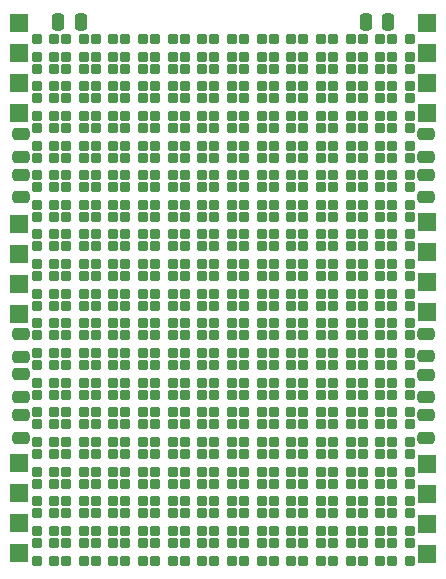
<source format=gbr>
%TF.GenerationSoftware,KiCad,Pcbnew,8.0.2*%
%TF.CreationDate,2024-06-24T13:44:33+02:00*%
%TF.ProjectId,PixelDisplay,50697865-6c44-4697-9370-6c61792e6b69,rev?*%
%TF.SameCoordinates,Original*%
%TF.FileFunction,Soldermask,Top*%
%TF.FilePolarity,Negative*%
%FSLAX46Y46*%
G04 Gerber Fmt 4.6, Leading zero omitted, Abs format (unit mm)*
G04 Created by KiCad (PCBNEW 8.0.2) date 2024-06-24 13:44:33*
%MOMM*%
%LPD*%
G01*
G04 APERTURE LIST*
G04 Aperture macros list*
%AMRoundRect*
0 Rectangle with rounded corners*
0 $1 Rounding radius*
0 $2 $3 $4 $5 $6 $7 $8 $9 X,Y pos of 4 corners*
0 Add a 4 corners polygon primitive as box body*
4,1,4,$2,$3,$4,$5,$6,$7,$8,$9,$2,$3,0*
0 Add four circle primitives for the rounded corners*
1,1,$1+$1,$2,$3*
1,1,$1+$1,$4,$5*
1,1,$1+$1,$6,$7*
1,1,$1+$1,$8,$9*
0 Add four rect primitives between the rounded corners*
20,1,$1+$1,$2,$3,$4,$5,0*
20,1,$1+$1,$4,$5,$6,$7,0*
20,1,$1+$1,$6,$7,$8,$9,0*
20,1,$1+$1,$8,$9,$2,$3,0*%
G04 Aperture macros list end*
%ADD10RoundRect,0.050000X-0.345000X-0.345000X0.345000X-0.345000X0.345000X0.345000X-0.345000X0.345000X0*%
%ADD11RoundRect,0.250000X-0.475000X0.250000X-0.475000X-0.250000X0.475000X-0.250000X0.475000X0.250000X0*%
%ADD12R,1.500000X1.500000*%
%ADD13RoundRect,0.250000X0.475000X-0.250000X0.475000X0.250000X-0.475000X0.250000X-0.475000X-0.250000X0*%
%ADD14RoundRect,0.250000X0.250000X0.475000X-0.250000X0.475000X-0.250000X-0.475000X0.250000X-0.475000X0*%
G04 APERTURE END LIST*
D10*
%TO.C,ICled210*%
X148324112Y-85256000D03*
X148324112Y-86746000D03*
X146834112Y-86746000D03*
X146834112Y-85256000D03*
%TD*%
%TO.C,ICled127*%
X145814362Y-72705100D03*
X145814362Y-74195100D03*
X144324362Y-74195100D03*
X144324362Y-72705100D03*
%TD*%
%TO.C,ICled117*%
X168402112Y-67684400D03*
X168402112Y-69174400D03*
X166912112Y-69174400D03*
X166912112Y-67684400D03*
%TD*%
%TO.C,ICled136*%
X153343612Y-72705100D03*
X153343612Y-74195100D03*
X151853612Y-74195100D03*
X151853612Y-72705100D03*
%TD*%
%TO.C,ICled68*%
X160872862Y-60154200D03*
X160872862Y-61644200D03*
X159382862Y-61644200D03*
X159382862Y-60154200D03*
%TD*%
%TO.C,ICled193*%
X168402112Y-77725800D03*
X168402112Y-79215800D03*
X166912112Y-79215800D03*
X166912112Y-77725800D03*
%TD*%
%TO.C,ICled22*%
X155853355Y-50114500D03*
X155853355Y-51604500D03*
X154363355Y-51604500D03*
X154363355Y-50114500D03*
%TD*%
D11*
%TO.C,C4*%
X169800000Y-55660000D03*
X169800000Y-57560000D03*
%TD*%
D10*
%TO.C,ICled32*%
X163382612Y-52624000D03*
X163382612Y-54114000D03*
X161892612Y-54114000D03*
X161892612Y-52624000D03*
%TD*%
%TO.C,ICled125*%
X143304612Y-75214600D03*
X143304612Y-76704600D03*
X141814612Y-76704600D03*
X141814612Y-75214600D03*
%TD*%
%TO.C,ICled65*%
X158363112Y-60154200D03*
X158363112Y-61644200D03*
X156873112Y-61644200D03*
X156873112Y-60154200D03*
%TD*%
%TO.C,ICled169*%
X148324112Y-80235300D03*
X148324112Y-81725300D03*
X146834112Y-81725300D03*
X146834112Y-80235300D03*
%TD*%
%TO.C,ICled211*%
X150833862Y-87765500D03*
X150833862Y-89255500D03*
X149343862Y-89255500D03*
X149343862Y-87765500D03*
%TD*%
%TO.C,ICled42*%
X138284862Y-55135200D03*
X138284862Y-56625200D03*
X136794862Y-56625200D03*
X136794862Y-55135200D03*
%TD*%
%TO.C,ICled101*%
X155853362Y-67684400D03*
X155853362Y-69174400D03*
X154363362Y-69174400D03*
X154363362Y-67684400D03*
%TD*%
%TO.C,ICled27*%
X158363054Y-47605000D03*
X158363054Y-49095000D03*
X156873054Y-49095000D03*
X156873054Y-47605000D03*
%TD*%
%TO.C,ICled129*%
X145814362Y-70195600D03*
X145814362Y-71685600D03*
X144324362Y-71685600D03*
X144324362Y-70195600D03*
%TD*%
D12*
%TO.C,J6*%
X135350000Y-83540000D03*
X135350000Y-86080000D03*
X135350000Y-88620000D03*
X135350000Y-91160000D03*
%TD*%
D10*
%TO.C,ICled140*%
X155853362Y-75214600D03*
X155853362Y-76704600D03*
X154363362Y-76704600D03*
X154363362Y-75214600D03*
%TD*%
%TO.C,ICled233*%
X168402112Y-87765500D03*
X168402112Y-89255500D03*
X166912112Y-89255500D03*
X166912112Y-87765500D03*
%TD*%
%TO.C,ICled19*%
X153343612Y-50114500D03*
X153343612Y-51604500D03*
X151853612Y-51604500D03*
X151853612Y-50114500D03*
%TD*%
%TO.C,ICled24*%
X155853332Y-47605000D03*
X155853332Y-49095000D03*
X154363332Y-49095000D03*
X154363332Y-47605000D03*
%TD*%
%TO.C,ICled30*%
X160872776Y-47605000D03*
X160872776Y-49095000D03*
X159382776Y-49095000D03*
X159382776Y-47605000D03*
%TD*%
%TO.C,ICled62*%
X155853362Y-60154200D03*
X155853362Y-61644200D03*
X154363362Y-61644200D03*
X154363362Y-60154200D03*
%TD*%
%TO.C,ICled39*%
X168402112Y-52624000D03*
X168402112Y-54114000D03*
X166912112Y-54114000D03*
X166912112Y-52624000D03*
%TD*%
%TO.C,ICled59*%
X153343612Y-60154200D03*
X153343612Y-61644200D03*
X151853612Y-61644200D03*
X151853612Y-60154200D03*
%TD*%
%TO.C,ICled87*%
X143304612Y-62665400D03*
X143304612Y-64155400D03*
X141814612Y-64155400D03*
X141814612Y-62665400D03*
%TD*%
D13*
%TO.C,C9*%
X135450000Y-77900000D03*
X135450000Y-76000000D03*
%TD*%
D10*
%TO.C,ICled35*%
X165892362Y-52624000D03*
X165892362Y-54114000D03*
X164402362Y-54114000D03*
X164402362Y-52624000D03*
%TD*%
%TO.C,ICled128*%
X145814362Y-75214600D03*
X145814362Y-76704600D03*
X144324362Y-76704600D03*
X144324362Y-75214600D03*
%TD*%
%TO.C,ICled91*%
X148324112Y-65174900D03*
X148324112Y-66664900D03*
X146834112Y-66664900D03*
X146834112Y-65174900D03*
%TD*%
%TO.C,ICled78*%
X168402112Y-60154200D03*
X168402112Y-61644200D03*
X166912112Y-61644200D03*
X166912112Y-60154200D03*
%TD*%
%TO.C,ICled51*%
X145814235Y-55135200D03*
X145814235Y-56625200D03*
X144324235Y-56625200D03*
X144324235Y-55135200D03*
%TD*%
%TO.C,ICled226*%
X163382612Y-87765500D03*
X163382612Y-89255500D03*
X161892612Y-89255500D03*
X161892612Y-87765500D03*
%TD*%
%TO.C,ICled2*%
X138285112Y-52624000D03*
X138285112Y-54114000D03*
X136795112Y-54114000D03*
X136795112Y-52624000D03*
%TD*%
%TO.C,ICled220*%
X158363112Y-87765500D03*
X158363112Y-89255500D03*
X156873112Y-89255500D03*
X156873112Y-87765500D03*
%TD*%
%TO.C,ICled116*%
X168402112Y-65174900D03*
X168402112Y-66664900D03*
X166912112Y-66664900D03*
X166912112Y-65174900D03*
%TD*%
%TO.C,ICled37*%
X168401946Y-47605000D03*
X168401946Y-49095000D03*
X166911946Y-49095000D03*
X166911946Y-47605000D03*
%TD*%
%TO.C,ICled145*%
X160872862Y-72705100D03*
X160872862Y-74195100D03*
X159382862Y-74195100D03*
X159382862Y-72705100D03*
%TD*%
%TO.C,ICled112*%
X165892362Y-65174900D03*
X165892362Y-66664900D03*
X164402362Y-66664900D03*
X164402362Y-65174900D03*
%TD*%
%TO.C,ICled223*%
X160872862Y-87765500D03*
X160872862Y-89255500D03*
X159382862Y-89255500D03*
X159382862Y-87765500D03*
%TD*%
%TO.C,ICled137*%
X153343612Y-75214600D03*
X153343612Y-76704600D03*
X151853612Y-76704600D03*
X151853612Y-75214600D03*
%TD*%
%TO.C,ICled94*%
X150833862Y-65174900D03*
X150833862Y-66664900D03*
X149343862Y-66664900D03*
X149343862Y-65174900D03*
%TD*%
%TO.C,ICled119*%
X138285112Y-75214600D03*
X138285112Y-76704600D03*
X136795112Y-76704600D03*
X136795112Y-75214600D03*
%TD*%
%TO.C,ICled151*%
X165892362Y-72705100D03*
X165892362Y-74195100D03*
X164402362Y-74195100D03*
X164402362Y-72705100D03*
%TD*%
%TO.C,ICled188*%
X163382612Y-82744800D03*
X163382612Y-84234800D03*
X161892612Y-84234800D03*
X161892612Y-82744800D03*
%TD*%
%TO.C,ICled4*%
X140794897Y-50114500D03*
X140794897Y-51604500D03*
X139304897Y-51604500D03*
X139304897Y-50114500D03*
%TD*%
%TO.C,ICled115*%
X168402112Y-62665400D03*
X168402112Y-64155400D03*
X166912112Y-64155400D03*
X166912112Y-62665400D03*
%TD*%
%TO.C,ICled133*%
X150833862Y-72705100D03*
X150833862Y-74195100D03*
X149343862Y-74195100D03*
X149343862Y-72705100D03*
%TD*%
%TO.C,ICled160*%
X140794862Y-80235300D03*
X140794862Y-81725300D03*
X139304862Y-81725300D03*
X139304862Y-80235300D03*
%TD*%
%TO.C,ICled139*%
X155853362Y-72705100D03*
X155853362Y-74195100D03*
X154363362Y-74195100D03*
X154363362Y-72705100D03*
%TD*%
%TO.C,ICled209*%
X148324112Y-90275000D03*
X148324112Y-91765000D03*
X146834112Y-91765000D03*
X146834112Y-90275000D03*
%TD*%
%TO.C,ICled189*%
X163382612Y-77725800D03*
X163382612Y-79215800D03*
X161892612Y-79215800D03*
X161892612Y-77725800D03*
%TD*%
%TO.C,ICled105*%
X158363112Y-62665400D03*
X158363112Y-64155400D03*
X156873112Y-64155400D03*
X156873112Y-62665400D03*
%TD*%
%TO.C,ICled33*%
X163382498Y-47605000D03*
X163382498Y-49095000D03*
X161892498Y-49095000D03*
X161892498Y-47605000D03*
%TD*%
%TO.C,ICled80*%
X138285112Y-67684400D03*
X138285112Y-69174400D03*
X136795112Y-69174400D03*
X136795112Y-67684400D03*
%TD*%
%TO.C,ICled154*%
X168402112Y-70195600D03*
X168402112Y-71685600D03*
X166912112Y-71685600D03*
X166912112Y-70195600D03*
%TD*%
%TO.C,ICled34*%
X165892327Y-50114500D03*
X165892327Y-51604500D03*
X164402327Y-51604500D03*
X164402327Y-50114500D03*
%TD*%
%TO.C,ICled143*%
X158363112Y-75214600D03*
X158363112Y-76704600D03*
X156873112Y-76704600D03*
X156873112Y-75214600D03*
%TD*%
%TO.C,ICled168*%
X145814362Y-77725800D03*
X145814362Y-79215800D03*
X144324362Y-79215800D03*
X144324362Y-77725800D03*
%TD*%
D14*
%TO.C,C2*%
X166570000Y-46200000D03*
X164670000Y-46200000D03*
%TD*%
D10*
%TO.C,ICled5*%
X140794862Y-52624000D03*
X140794862Y-54114000D03*
X139304862Y-54114000D03*
X139304862Y-52624000D03*
%TD*%
%TO.C,ICled205*%
X145814362Y-87765500D03*
X145814362Y-89255500D03*
X144324362Y-89255500D03*
X144324362Y-87765500D03*
%TD*%
%TO.C,ICled29*%
X160872862Y-52624000D03*
X160872862Y-54114000D03*
X159382862Y-54114000D03*
X159382862Y-52624000D03*
%TD*%
%TO.C,ICled100*%
X155853362Y-65174900D03*
X155853362Y-66664900D03*
X154363362Y-66664900D03*
X154363362Y-65174900D03*
%TD*%
%TO.C,ICled222*%
X158363112Y-85256000D03*
X158363112Y-86746000D03*
X156873112Y-86746000D03*
X156873112Y-85256000D03*
%TD*%
%TO.C,ICled163*%
X143304612Y-80235300D03*
X143304612Y-81725300D03*
X141814612Y-81725300D03*
X141814612Y-80235300D03*
%TD*%
%TO.C,ICled229*%
X165892362Y-87765500D03*
X165892362Y-89255500D03*
X164402362Y-89255500D03*
X164402362Y-87765500D03*
%TD*%
%TO.C,ICled81*%
X138285112Y-62665400D03*
X138285112Y-64155400D03*
X136795112Y-64155400D03*
X136795112Y-62665400D03*
%TD*%
%TO.C,ICled165*%
X143304612Y-77725800D03*
X143304612Y-79215800D03*
X141814612Y-79215800D03*
X141814612Y-77725800D03*
%TD*%
%TO.C,ICled130*%
X148324112Y-72705100D03*
X148324112Y-74195100D03*
X146834112Y-74195100D03*
X146834112Y-72705100D03*
%TD*%
%TO.C,ICled53*%
X148324112Y-60154200D03*
X148324112Y-61644200D03*
X146834112Y-61644200D03*
X146834112Y-60154200D03*
%TD*%
%TO.C,ICled121*%
X140794862Y-72705100D03*
X140794862Y-74195100D03*
X139304862Y-74195100D03*
X139304862Y-72705100D03*
%TD*%
%TO.C,ICled38*%
X168402071Y-50114500D03*
X168402071Y-51604500D03*
X166912071Y-51604500D03*
X166912071Y-50114500D03*
%TD*%
%TO.C,ICled144*%
X158363112Y-70195600D03*
X158363112Y-71685600D03*
X156873112Y-71685600D03*
X156873112Y-70195600D03*
%TD*%
%TO.C,ICled41*%
X138285112Y-60154200D03*
X138285112Y-61644200D03*
X136795112Y-61644200D03*
X136795112Y-60154200D03*
%TD*%
%TO.C,ICled57*%
X150833817Y-55135200D03*
X150833817Y-56625200D03*
X149343817Y-56625200D03*
X149343817Y-55135200D03*
%TD*%
%TO.C,ICled216*%
X153343612Y-85256000D03*
X153343612Y-86746000D03*
X151853612Y-86746000D03*
X151853612Y-85256000D03*
%TD*%
%TO.C,ICled96*%
X150833862Y-62665400D03*
X150833862Y-64155400D03*
X149343862Y-64155400D03*
X149343862Y-62665400D03*
%TD*%
%TO.C,ICled77*%
X168402071Y-57644700D03*
X168402071Y-59134700D03*
X166912071Y-59134700D03*
X166912071Y-57644700D03*
%TD*%
%TO.C,ICled141*%
X155853362Y-70195600D03*
X155853362Y-71685600D03*
X154363362Y-71685600D03*
X154363362Y-70195600D03*
%TD*%
%TO.C,ICled103*%
X158363112Y-65174900D03*
X158363112Y-66664900D03*
X156873112Y-66664900D03*
X156873112Y-65174900D03*
%TD*%
%TO.C,ICled181*%
X158363112Y-80235300D03*
X158363112Y-81725300D03*
X156873112Y-81725300D03*
X156873112Y-80235300D03*
%TD*%
%TO.C,ICled85*%
X143304612Y-65174900D03*
X143304612Y-66664900D03*
X141814612Y-66664900D03*
X141814612Y-65174900D03*
%TD*%
%TO.C,ICled93*%
X148324112Y-62665400D03*
X148324112Y-64155400D03*
X146834112Y-64155400D03*
X146834112Y-62665400D03*
%TD*%
%TO.C,ICled187*%
X163382612Y-80235300D03*
X163382612Y-81725300D03*
X161892612Y-81725300D03*
X161892612Y-80235300D03*
%TD*%
D12*
%TO.C,J5*%
X169850000Y-91190000D03*
X169850000Y-88650000D03*
X169850000Y-86110000D03*
X169850000Y-83570000D03*
%TD*%
D10*
%TO.C,ICled174*%
X150833862Y-77725800D03*
X150833862Y-79215800D03*
X149343862Y-79215800D03*
X149343862Y-77725800D03*
%TD*%
%TO.C,ICled92*%
X148324112Y-67684400D03*
X148324112Y-69174400D03*
X146834112Y-69174400D03*
X146834112Y-67684400D03*
%TD*%
%TO.C,ICled76*%
X168402362Y-55135200D03*
X168402362Y-56625200D03*
X166912362Y-56625200D03*
X166912362Y-55135200D03*
%TD*%
%TO.C,ICled28*%
X160872841Y-50114500D03*
X160872841Y-51604500D03*
X159382841Y-51604500D03*
X159382841Y-50114500D03*
%TD*%
%TO.C,ICled20*%
X153343612Y-52624000D03*
X153343612Y-54114000D03*
X151853612Y-54114000D03*
X151853612Y-52624000D03*
%TD*%
%TO.C,ICled171*%
X148324112Y-77725800D03*
X148324112Y-79215800D03*
X146834112Y-79215800D03*
X146834112Y-77725800D03*
%TD*%
%TO.C,ICled120*%
X138285112Y-70195600D03*
X138285112Y-71685600D03*
X136795112Y-71685600D03*
X136795112Y-70195600D03*
%TD*%
%TO.C,ICled82*%
X140794862Y-65174900D03*
X140794862Y-66664900D03*
X139304862Y-66664900D03*
X139304862Y-65174900D03*
%TD*%
%TO.C,ICled185*%
X160872862Y-82744800D03*
X160872862Y-84234800D03*
X159382862Y-84234800D03*
X159382862Y-82744800D03*
%TD*%
%TO.C,ICled11*%
X145814362Y-52624000D03*
X145814362Y-54114000D03*
X144324362Y-54114000D03*
X144324362Y-52624000D03*
%TD*%
%TO.C,ICled155*%
X168402112Y-72705100D03*
X168402112Y-74195100D03*
X166912112Y-74195100D03*
X166912112Y-72705100D03*
%TD*%
%TO.C,ICled180*%
X155853362Y-77725800D03*
X155853362Y-79215800D03*
X154363362Y-79215800D03*
X154363362Y-77725800D03*
%TD*%
%TO.C,ICled83*%
X140794862Y-67684400D03*
X140794862Y-69174400D03*
X139304862Y-69174400D03*
X139304862Y-67684400D03*
%TD*%
%TO.C,ICled55*%
X150833869Y-57644700D03*
X150833869Y-59134700D03*
X149343869Y-59134700D03*
X149343869Y-57644700D03*
%TD*%
D13*
%TO.C,C8*%
X135450000Y-74500000D03*
X135450000Y-72600000D03*
%TD*%
D10*
%TO.C,ICled44*%
X140794862Y-60154200D03*
X140794862Y-61644200D03*
X139304862Y-61644200D03*
X139304862Y-60154200D03*
%TD*%
%TO.C,ICled198*%
X138285112Y-85256000D03*
X138285112Y-86746000D03*
X136795112Y-86746000D03*
X136795112Y-85256000D03*
%TD*%
%TO.C,ICled102*%
X155853362Y-62665400D03*
X155853362Y-64155400D03*
X154363362Y-64155400D03*
X154363362Y-62665400D03*
%TD*%
%TO.C,ICled64*%
X158363098Y-57644700D03*
X158363098Y-59134700D03*
X156873098Y-59134700D03*
X156873098Y-57644700D03*
%TD*%
%TO.C,ICled207*%
X145814362Y-85256000D03*
X145814362Y-86746000D03*
X144324362Y-86746000D03*
X144324362Y-85256000D03*
%TD*%
%TO.C,ICled7*%
X143304640Y-50114500D03*
X143304640Y-51604500D03*
X141814640Y-51604500D03*
X141814640Y-50114500D03*
%TD*%
%TO.C,ICled231*%
X165892362Y-85256000D03*
X165892362Y-86746000D03*
X164402362Y-86746000D03*
X164402362Y-85256000D03*
%TD*%
%TO.C,ICled182*%
X158363112Y-82744800D03*
X158363112Y-84234800D03*
X156873112Y-84234800D03*
X156873112Y-82744800D03*
%TD*%
%TO.C,ICled153*%
X165892362Y-70195600D03*
X165892362Y-71685600D03*
X164402362Y-71685600D03*
X164402362Y-70195600D03*
%TD*%
%TO.C,ICled74*%
X165892362Y-60154200D03*
X165892362Y-61644200D03*
X164402362Y-61644200D03*
X164402362Y-60154200D03*
%TD*%
%TO.C,ICled190*%
X165892362Y-80235300D03*
X165892362Y-81725300D03*
X164402362Y-81725300D03*
X164402362Y-80235300D03*
%TD*%
%TO.C,ICled179*%
X155853362Y-82744800D03*
X155853362Y-84234800D03*
X154363362Y-84234800D03*
X154363362Y-82744800D03*
%TD*%
%TO.C,ICled150*%
X163382612Y-70195600D03*
X163382612Y-71685600D03*
X161892612Y-71685600D03*
X161892612Y-70195600D03*
%TD*%
%TO.C,ICled1*%
X138285154Y-50114500D03*
X138285154Y-51604500D03*
X136795154Y-51604500D03*
X136795154Y-50114500D03*
%TD*%
%TO.C,ICled214*%
X153343612Y-87765500D03*
X153343612Y-89255500D03*
X151853612Y-89255500D03*
X151853612Y-87765500D03*
%TD*%
%TO.C,ICled113*%
X165892362Y-67684400D03*
X165892362Y-69174400D03*
X164402362Y-69174400D03*
X164402362Y-67684400D03*
%TD*%
%TO.C,ICled219*%
X155853362Y-85256000D03*
X155853362Y-86746000D03*
X154363362Y-86746000D03*
X154363362Y-85256000D03*
%TD*%
%TO.C,ICled170*%
X148324112Y-82744800D03*
X148324112Y-84234800D03*
X146834112Y-84234800D03*
X146834112Y-82744800D03*
%TD*%
%TO.C,ICled197*%
X138285112Y-90275000D03*
X138285112Y-91765000D03*
X136795112Y-91765000D03*
X136795112Y-90275000D03*
%TD*%
%TO.C,ICled146*%
X160872862Y-75214600D03*
X160872862Y-76704600D03*
X159382862Y-76704600D03*
X159382862Y-75214600D03*
%TD*%
%TO.C,ICled208*%
X148324112Y-87765500D03*
X148324112Y-89255500D03*
X146834112Y-89255500D03*
X146834112Y-87765500D03*
%TD*%
%TO.C,ICled172*%
X150833862Y-80235300D03*
X150833862Y-81725300D03*
X149343862Y-81725300D03*
X149343862Y-80235300D03*
%TD*%
%TO.C,ICled66*%
X158363190Y-55135200D03*
X158363190Y-56625200D03*
X156873190Y-56625200D03*
X156873190Y-55135200D03*
%TD*%
%TO.C,ICled8*%
X143304612Y-52624000D03*
X143304612Y-54114000D03*
X141814612Y-54114000D03*
X141814612Y-52624000D03*
%TD*%
%TO.C,ICled61*%
X155853355Y-57644700D03*
X155853355Y-59134700D03*
X154363355Y-59134700D03*
X154363355Y-57644700D03*
%TD*%
%TO.C,ICled213*%
X150833862Y-85256000D03*
X150833862Y-86746000D03*
X149343862Y-86746000D03*
X149343862Y-85256000D03*
%TD*%
%TO.C,ICled183*%
X158363112Y-77725800D03*
X158363112Y-79215800D03*
X156873112Y-79215800D03*
X156873112Y-77725800D03*
%TD*%
%TO.C,ICled225*%
X160872862Y-85256000D03*
X160872862Y-86746000D03*
X159382862Y-86746000D03*
X159382862Y-85256000D03*
%TD*%
%TO.C,ICled224*%
X160872862Y-90275000D03*
X160872862Y-91765000D03*
X159382862Y-91765000D03*
X159382862Y-90275000D03*
%TD*%
%TO.C,ICled200*%
X140794862Y-90275000D03*
X140794862Y-91765000D03*
X139304862Y-91765000D03*
X139304862Y-90275000D03*
%TD*%
%TO.C,ICled10*%
X145814383Y-50114500D03*
X145814383Y-51604500D03*
X144324383Y-51604500D03*
X144324383Y-50114500D03*
%TD*%
%TO.C,ICled176*%
X153343612Y-82744800D03*
X153343612Y-84234800D03*
X151853612Y-84234800D03*
X151853612Y-82744800D03*
%TD*%
%TO.C,ICled89*%
X145814362Y-67684400D03*
X145814362Y-69174400D03*
X144324362Y-69174400D03*
X144324362Y-67684400D03*
%TD*%
D13*
%TO.C,C7*%
X169800000Y-74475000D03*
X169800000Y-72575000D03*
%TD*%
D10*
%TO.C,ICled13*%
X148324126Y-50114500D03*
X148324126Y-51604500D03*
X146834126Y-51604500D03*
X146834126Y-50114500D03*
%TD*%
%TO.C,ICled15*%
X148324166Y-47605000D03*
X148324166Y-49095000D03*
X146834166Y-49095000D03*
X146834166Y-47605000D03*
%TD*%
%TO.C,ICled227*%
X163382612Y-90275000D03*
X163382612Y-91765000D03*
X161892612Y-91765000D03*
X161892612Y-90275000D03*
%TD*%
%TO.C,ICled206*%
X145814362Y-90275000D03*
X145814362Y-91765000D03*
X144324362Y-91765000D03*
X144324362Y-90275000D03*
%TD*%
%TO.C,ICled45*%
X140794653Y-55135200D03*
X140794653Y-56625200D03*
X139304653Y-56625200D03*
X139304653Y-55135200D03*
%TD*%
%TO.C,ICled152*%
X165892362Y-75214600D03*
X165892362Y-76704600D03*
X164402362Y-76704600D03*
X164402362Y-75214600D03*
%TD*%
%TO.C,ICled23*%
X155853362Y-52624000D03*
X155853362Y-54114000D03*
X154363362Y-54114000D03*
X154363362Y-52624000D03*
%TD*%
%TO.C,ICled52*%
X148324126Y-57644700D03*
X148324126Y-59134700D03*
X146834126Y-59134700D03*
X146834126Y-57644700D03*
%TD*%
%TO.C,ICled204*%
X143304612Y-85256000D03*
X143304612Y-86746000D03*
X141814612Y-86746000D03*
X141814612Y-85256000D03*
%TD*%
%TO.C,ICled69*%
X160872981Y-55135200D03*
X160872981Y-56625200D03*
X159382981Y-56625200D03*
X159382981Y-55135200D03*
%TD*%
%TO.C,ICled135*%
X150833862Y-70195600D03*
X150833862Y-71685600D03*
X149343862Y-71685600D03*
X149343862Y-70195600D03*
%TD*%
%TO.C,ICled138*%
X153343612Y-70195600D03*
X153343612Y-71685600D03*
X151853612Y-71685600D03*
X151853612Y-70195600D03*
%TD*%
D12*
%TO.C,J2*%
X169850000Y-53880000D03*
X169850000Y-51340000D03*
X169850000Y-48800000D03*
X169850000Y-46260000D03*
%TD*%
D10*
%TO.C,ICled199*%
X140794862Y-87765500D03*
X140794862Y-89255500D03*
X139304862Y-89255500D03*
X139304862Y-87765500D03*
%TD*%
%TO.C,ICled56*%
X150833862Y-60154200D03*
X150833862Y-61644200D03*
X149343862Y-61644200D03*
X149343862Y-60154200D03*
%TD*%
D13*
%TO.C,C3*%
X135450000Y-57560000D03*
X135450000Y-55660000D03*
%TD*%
D10*
%TO.C,ICled108*%
X160872862Y-62665400D03*
X160872862Y-64155400D03*
X159382862Y-64155400D03*
X159382862Y-62665400D03*
%TD*%
%TO.C,ICled228*%
X163382612Y-85256000D03*
X163382612Y-86746000D03*
X161892612Y-86746000D03*
X161892612Y-85256000D03*
%TD*%
%TO.C,ICled158*%
X138285112Y-82744800D03*
X138285112Y-84234800D03*
X136795112Y-84234800D03*
X136795112Y-82744800D03*
%TD*%
D13*
%TO.C,C6*%
X135450000Y-61010000D03*
X135450000Y-59110000D03*
%TD*%
D10*
%TO.C,ICled215*%
X153343612Y-90275000D03*
X153343612Y-91765000D03*
X151853612Y-91765000D03*
X151853612Y-90275000D03*
%TD*%
%TO.C,ICled90*%
X145814362Y-62665400D03*
X145814362Y-64155400D03*
X144324362Y-64155400D03*
X144324362Y-62665400D03*
%TD*%
%TO.C,ICled175*%
X153343612Y-80235300D03*
X153343612Y-81725300D03*
X151853612Y-81725300D03*
X151853612Y-80235300D03*
%TD*%
%TO.C,ICled43*%
X140794897Y-57644700D03*
X140794897Y-59134700D03*
X139304897Y-59134700D03*
X139304897Y-57644700D03*
%TD*%
%TO.C,ICled147*%
X160872862Y-70195600D03*
X160872862Y-71685600D03*
X159382862Y-71685600D03*
X159382862Y-70195600D03*
%TD*%
%TO.C,ICled58*%
X153343612Y-57644700D03*
X153343612Y-59134700D03*
X151853612Y-59134700D03*
X151853612Y-57644700D03*
%TD*%
%TO.C,ICled131*%
X148324112Y-75214600D03*
X148324112Y-76704600D03*
X146834112Y-76704600D03*
X146834112Y-75214600D03*
%TD*%
%TO.C,ICled192*%
X165892362Y-77725800D03*
X165892362Y-79215800D03*
X164402362Y-79215800D03*
X164402362Y-77725800D03*
%TD*%
%TO.C,ICled164*%
X143304612Y-82744800D03*
X143304612Y-84234800D03*
X141814612Y-84234800D03*
X141814612Y-82744800D03*
%TD*%
%TO.C,ICled98*%
X153343612Y-67684400D03*
X153343612Y-69174400D03*
X151853612Y-69174400D03*
X151853612Y-67684400D03*
%TD*%
%TO.C,ICled21*%
X153343610Y-47605000D03*
X153343610Y-49095000D03*
X151853610Y-49095000D03*
X151853610Y-47605000D03*
%TD*%
%TO.C,ICled79*%
X138285112Y-65174900D03*
X138285112Y-66664900D03*
X136795112Y-66664900D03*
X136795112Y-65174900D03*
%TD*%
%TO.C,ICled25*%
X158363098Y-50114500D03*
X158363098Y-51604500D03*
X156873098Y-51604500D03*
X156873098Y-50114500D03*
%TD*%
%TO.C,ICled6*%
X140795000Y-47605000D03*
X140795000Y-49095000D03*
X139305000Y-49095000D03*
X139305000Y-47605000D03*
%TD*%
%TO.C,ICled84*%
X140794862Y-62665400D03*
X140794862Y-64155400D03*
X139304862Y-64155400D03*
X139304862Y-62665400D03*
%TD*%
%TO.C,ICled107*%
X160872862Y-67684400D03*
X160872862Y-69174400D03*
X159382862Y-69174400D03*
X159382862Y-67684400D03*
%TD*%
%TO.C,ICled26*%
X158363112Y-52624000D03*
X158363112Y-54114000D03*
X156873112Y-54114000D03*
X156873112Y-52624000D03*
%TD*%
%TO.C,ICled40*%
X138285154Y-57644700D03*
X138285154Y-59134700D03*
X136795154Y-59134700D03*
X136795154Y-57644700D03*
%TD*%
%TO.C,ICled123*%
X140794862Y-70195600D03*
X140794862Y-71685600D03*
X139304862Y-71685600D03*
X139304862Y-70195600D03*
%TD*%
%TO.C,ICled60*%
X153343608Y-55135200D03*
X153343608Y-56625200D03*
X151853608Y-56625200D03*
X151853608Y-55135200D03*
%TD*%
%TO.C,ICled195*%
X168402112Y-82744800D03*
X168402112Y-84234800D03*
X166912112Y-84234800D03*
X166912112Y-82744800D03*
%TD*%
%TO.C,ICled217*%
X155853362Y-87765500D03*
X155853362Y-89255500D03*
X154363362Y-89255500D03*
X154363362Y-87765500D03*
%TD*%
%TO.C,ICled18*%
X150833888Y-47605000D03*
X150833888Y-49095000D03*
X149343888Y-49095000D03*
X149343888Y-47605000D03*
%TD*%
%TO.C,ICled114*%
X165892362Y-62665400D03*
X165892362Y-64155400D03*
X164402362Y-64155400D03*
X164402362Y-62665400D03*
%TD*%
%TO.C,ICled75*%
X165892563Y-55135200D03*
X165892563Y-56625200D03*
X164402563Y-56625200D03*
X164402563Y-55135200D03*
%TD*%
%TO.C,ICled161*%
X140794862Y-82744800D03*
X140794862Y-84234800D03*
X139304862Y-84234800D03*
X139304862Y-82744800D03*
%TD*%
%TO.C,ICled63*%
X155853399Y-55135200D03*
X155853399Y-56625200D03*
X154363399Y-56625200D03*
X154363399Y-55135200D03*
%TD*%
%TO.C,ICled173*%
X150833862Y-82744800D03*
X150833862Y-84234800D03*
X149343862Y-84234800D03*
X149343862Y-82744800D03*
%TD*%
%TO.C,ICled221*%
X158363112Y-90275000D03*
X158363112Y-91765000D03*
X156873112Y-91765000D03*
X156873112Y-90275000D03*
%TD*%
%TO.C,ICled86*%
X143304612Y-67684400D03*
X143304612Y-69174400D03*
X141814612Y-69174400D03*
X141814612Y-67684400D03*
%TD*%
%TO.C,ICled48*%
X143304444Y-55135200D03*
X143304444Y-56625200D03*
X141814444Y-56625200D03*
X141814444Y-55135200D03*
%TD*%
%TO.C,ICled212*%
X150833862Y-90275000D03*
X150833862Y-91765000D03*
X149343862Y-91765000D03*
X149343862Y-90275000D03*
%TD*%
%TO.C,ICled132*%
X148324112Y-70195600D03*
X148324112Y-71685600D03*
X146834112Y-71685600D03*
X146834112Y-70195600D03*
%TD*%
%TO.C,ICled149*%
X163382612Y-75214600D03*
X163382612Y-76704600D03*
X161892612Y-76704600D03*
X161892612Y-75214600D03*
%TD*%
%TO.C,ICled184*%
X160872862Y-80235300D03*
X160872862Y-81725300D03*
X159382862Y-81725300D03*
X159382862Y-80235300D03*
%TD*%
%TO.C,ICled196*%
X138285112Y-87765500D03*
X138285112Y-89255500D03*
X136795112Y-89255500D03*
X136795112Y-87765500D03*
%TD*%
D14*
%TO.C,C1*%
X140520000Y-46200000D03*
X138620000Y-46200000D03*
%TD*%
D10*
%TO.C,ICled36*%
X165892220Y-47605000D03*
X165892220Y-49095000D03*
X164402220Y-49095000D03*
X164402220Y-47605000D03*
%TD*%
%TO.C,ICled122*%
X140794862Y-75214600D03*
X140794862Y-76704600D03*
X139304862Y-76704600D03*
X139304862Y-75214600D03*
%TD*%
%TO.C,ICled124*%
X143304612Y-72705100D03*
X143304612Y-74195100D03*
X141814612Y-74195100D03*
X141814612Y-72705100D03*
%TD*%
%TO.C,ICled203*%
X143304612Y-90275000D03*
X143304612Y-91765000D03*
X141814612Y-91765000D03*
X141814612Y-90275000D03*
%TD*%
%TO.C,ICled194*%
X168402112Y-80235300D03*
X168402112Y-81725300D03*
X166912112Y-81725300D03*
X166912112Y-80235300D03*
%TD*%
%TO.C,ICled50*%
X145814362Y-60154200D03*
X145814362Y-61644200D03*
X144324362Y-61644200D03*
X144324362Y-60154200D03*
%TD*%
%TO.C,ICled111*%
X163382612Y-62665400D03*
X163382612Y-64155400D03*
X161892612Y-64155400D03*
X161892612Y-62665400D03*
%TD*%
%TO.C,ICled73*%
X165892327Y-57644700D03*
X165892327Y-59134700D03*
X164402327Y-59134700D03*
X164402327Y-57644700D03*
%TD*%
%TO.C,ICled202*%
X143304612Y-87765500D03*
X143304612Y-89255500D03*
X141814612Y-89255500D03*
X141814612Y-87765500D03*
%TD*%
%TO.C,ICled47*%
X143304612Y-60154200D03*
X143304612Y-61644200D03*
X141814612Y-61644200D03*
X141814612Y-60154200D03*
%TD*%
%TO.C,ICled9*%
X143304722Y-47605000D03*
X143304722Y-49095000D03*
X141814722Y-49095000D03*
X141814722Y-47605000D03*
%TD*%
D11*
%TO.C,C5*%
X169800000Y-59110000D03*
X169800000Y-61010000D03*
%TD*%
D10*
%TO.C,ICled162*%
X140794862Y-77725800D03*
X140794862Y-79215800D03*
X139304862Y-79215800D03*
X139304862Y-77725800D03*
%TD*%
%TO.C,ICled178*%
X155853362Y-80235300D03*
X155853362Y-81725300D03*
X154363362Y-81725300D03*
X154363362Y-80235300D03*
%TD*%
%TO.C,ICled54*%
X148324026Y-55135200D03*
X148324026Y-56625200D03*
X146834026Y-56625200D03*
X146834026Y-55135200D03*
%TD*%
%TO.C,ICled156*%
X168402112Y-75214600D03*
X168402112Y-76704600D03*
X166912112Y-76704600D03*
X166912112Y-75214600D03*
%TD*%
%TO.C,ICled104*%
X158363112Y-67684400D03*
X158363112Y-69174400D03*
X156873112Y-69174400D03*
X156873112Y-67684400D03*
%TD*%
%TO.C,ICled12*%
X145814444Y-47605000D03*
X145814444Y-49095000D03*
X144324444Y-49095000D03*
X144324444Y-47605000D03*
%TD*%
D11*
%TO.C,C12*%
X169800000Y-79475000D03*
X169800000Y-81375000D03*
%TD*%
D12*
%TO.C,J3*%
X135350000Y-63260000D03*
X135350000Y-65800000D03*
X135350000Y-68340000D03*
X135350000Y-70880000D03*
%TD*%
D10*
%TO.C,ICled17*%
X150833862Y-52624000D03*
X150833862Y-54114000D03*
X149343862Y-54114000D03*
X149343862Y-52624000D03*
%TD*%
%TO.C,ICled16*%
X150833869Y-50114500D03*
X150833869Y-51604500D03*
X149343869Y-51604500D03*
X149343869Y-50114500D03*
%TD*%
%TO.C,ICled95*%
X150833862Y-67684400D03*
X150833862Y-69174400D03*
X149343862Y-69174400D03*
X149343862Y-67684400D03*
%TD*%
%TO.C,ICled134*%
X150833862Y-75214600D03*
X150833862Y-76704600D03*
X149343862Y-76704600D03*
X149343862Y-75214600D03*
%TD*%
%TO.C,ICled106*%
X160872862Y-65174900D03*
X160872862Y-66664900D03*
X159382862Y-66664900D03*
X159382862Y-65174900D03*
%TD*%
%TO.C,ICled186*%
X160872862Y-77725800D03*
X160872862Y-79215800D03*
X159382862Y-79215800D03*
X159382862Y-77725800D03*
%TD*%
%TO.C,ICled201*%
X140794862Y-85256000D03*
X140794862Y-86746000D03*
X139304862Y-86746000D03*
X139304862Y-85256000D03*
%TD*%
%TO.C,ICled232*%
X168402112Y-85256000D03*
X168402112Y-86746000D03*
X166912112Y-86746000D03*
X166912112Y-85256000D03*
%TD*%
%TO.C,ICled230*%
X165892362Y-90275000D03*
X165892362Y-91765000D03*
X164402362Y-91765000D03*
X164402362Y-90275000D03*
%TD*%
%TO.C,ICled97*%
X153343612Y-65174900D03*
X153343612Y-66664900D03*
X151853612Y-66664900D03*
X151853612Y-65174900D03*
%TD*%
%TO.C,ICled148*%
X163382612Y-72705100D03*
X163382612Y-74195100D03*
X161892612Y-74195100D03*
X161892612Y-72705100D03*
%TD*%
%TO.C,ICled109*%
X163382612Y-65174900D03*
X163382612Y-66664900D03*
X161892612Y-66664900D03*
X161892612Y-65174900D03*
%TD*%
%TO.C,ICled234*%
X168402112Y-90275000D03*
X168402112Y-91765000D03*
X166912112Y-91765000D03*
X166912112Y-90275000D03*
%TD*%
%TO.C,ICled159*%
X138285112Y-77725800D03*
X138285112Y-79215800D03*
X136795112Y-79215800D03*
X136795112Y-77725800D03*
%TD*%
%TO.C,ICled67*%
X160872841Y-57644700D03*
X160872841Y-59134700D03*
X159382841Y-59134700D03*
X159382841Y-57644700D03*
%TD*%
%TO.C,ICled70*%
X163382584Y-57644700D03*
X163382584Y-59134700D03*
X161892584Y-59134700D03*
X161892584Y-57644700D03*
%TD*%
%TO.C,ICled191*%
X165892362Y-82744800D03*
X165892362Y-84234800D03*
X164402362Y-84234800D03*
X164402362Y-82744800D03*
%TD*%
%TO.C,ICled46*%
X143304640Y-57644700D03*
X143304640Y-59134700D03*
X141814640Y-59134700D03*
X141814640Y-57644700D03*
%TD*%
%TO.C,ICled99*%
X153343612Y-62665400D03*
X153343612Y-64155400D03*
X151853612Y-64155400D03*
X151853612Y-62665400D03*
%TD*%
D12*
%TO.C,J4*%
X169850500Y-70760000D03*
X169850500Y-68220000D03*
X169850500Y-65680000D03*
X169850500Y-63140000D03*
%TD*%
D10*
%TO.C,ICled31*%
X163382584Y-50114500D03*
X163382584Y-51604500D03*
X161892584Y-51604500D03*
X161892584Y-50114500D03*
%TD*%
%TO.C,ICled218*%
X155853362Y-90275000D03*
X155853362Y-91765000D03*
X154363362Y-91765000D03*
X154363362Y-90275000D03*
%TD*%
D11*
%TO.C,C10*%
X135450000Y-79450000D03*
X135450000Y-81350000D03*
%TD*%
D10*
%TO.C,ICled3*%
X138285278Y-47605000D03*
X138285278Y-49095000D03*
X136795278Y-49095000D03*
X136795278Y-47605000D03*
%TD*%
%TO.C,ICled110*%
X163382612Y-67684400D03*
X163382612Y-69174400D03*
X161892612Y-69174400D03*
X161892612Y-67684400D03*
%TD*%
%TO.C,ICled157*%
X138285112Y-80235300D03*
X138285112Y-81725300D03*
X136795112Y-81725300D03*
X136795112Y-80235300D03*
%TD*%
D13*
%TO.C,C11*%
X169800000Y-77925000D03*
X169800000Y-76025000D03*
%TD*%
D12*
%TO.C,J1*%
X135350000Y-46290000D03*
X135350000Y-48830000D03*
X135350000Y-51370000D03*
X135350000Y-53910000D03*
%TD*%
D10*
%TO.C,ICled166*%
X145814362Y-80235300D03*
X145814362Y-81725300D03*
X144324362Y-81725300D03*
X144324362Y-80235300D03*
%TD*%
%TO.C,ICled142*%
X158363112Y-72705100D03*
X158363112Y-74195100D03*
X156873112Y-74195100D03*
X156873112Y-72705100D03*
%TD*%
%TO.C,ICled49*%
X145814383Y-57644700D03*
X145814383Y-59134700D03*
X144324383Y-59134700D03*
X144324383Y-57644700D03*
%TD*%
%TO.C,ICled126*%
X143304612Y-70195600D03*
X143304612Y-71685600D03*
X141814612Y-71685600D03*
X141814612Y-70195600D03*
%TD*%
%TO.C,ICled167*%
X145814362Y-82744800D03*
X145814362Y-84234800D03*
X144324362Y-84234800D03*
X144324362Y-82744800D03*
%TD*%
%TO.C,ICled71*%
X163382612Y-60154200D03*
X163382612Y-61644200D03*
X161892612Y-61644200D03*
X161892612Y-60154200D03*
%TD*%
%TO.C,ICled14*%
X148324112Y-52624000D03*
X148324112Y-54114000D03*
X146834112Y-54114000D03*
X146834112Y-52624000D03*
%TD*%
%TO.C,ICled72*%
X163382772Y-55135200D03*
X163382772Y-56625200D03*
X161892772Y-56625200D03*
X161892772Y-55135200D03*
%TD*%
%TO.C,ICled118*%
X138285112Y-72705100D03*
X138285112Y-74195100D03*
X136795112Y-74195100D03*
X136795112Y-72705100D03*
%TD*%
%TO.C,ICled177*%
X153343612Y-77725800D03*
X153343612Y-79215800D03*
X151853612Y-79215800D03*
X151853612Y-77725800D03*
%TD*%
%TO.C,ICled88*%
X145814362Y-65174900D03*
X145814362Y-66664900D03*
X144324362Y-66664900D03*
X144324362Y-65174900D03*
%TD*%
M02*

</source>
